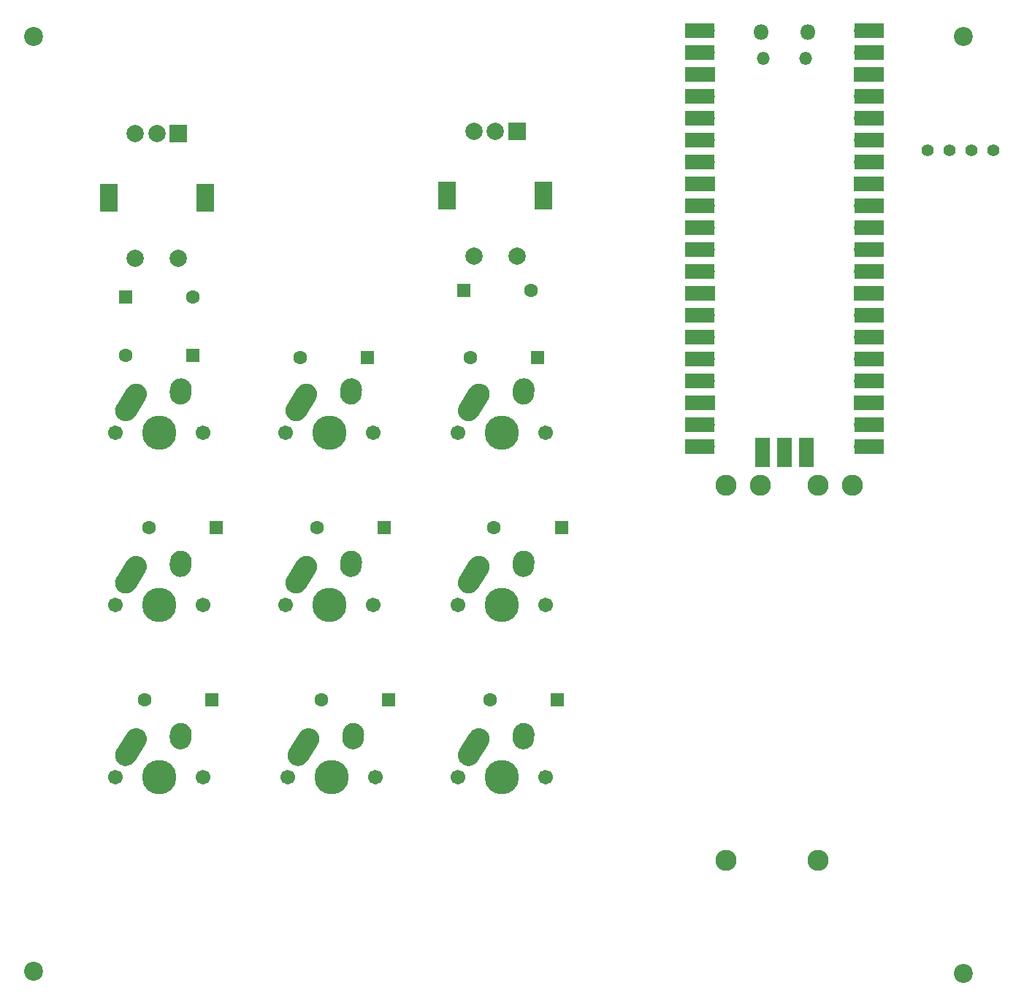
<source format=gts>
%TF.GenerationSoftware,KiCad,Pcbnew,(5.1.7)-1*%
%TF.CreationDate,2021-05-06T00:37:00-04:00*%
%TF.ProjectId,pot_keeb_rpi,706f745f-6b65-4656-925f-7270692e6b69,rev?*%
%TF.SameCoordinates,Original*%
%TF.FileFunction,Soldermask,Top*%
%TF.FilePolarity,Negative*%
%FSLAX46Y46*%
G04 Gerber Fmt 4.6, Leading zero omitted, Abs format (unit mm)*
G04 Created by KiCad (PCBNEW (5.1.7)-1) date 2021-05-06 00:37:00*
%MOMM*%
%LPD*%
G01*
G04 APERTURE LIST*
%ADD10C,2.200000*%
%ADD11O,1.700000X1.700000*%
%ADD12R,1.700000X1.700000*%
%ADD13R,3.500000X1.700000*%
%ADD14O,1.800000X1.800000*%
%ADD15O,1.500000X1.500000*%
%ADD16R,1.700000X3.500000*%
%ADD17C,2.451100*%
%ADD18R,2.000000X2.000000*%
%ADD19C,2.000000*%
%ADD20R,2.000000X3.200000*%
%ADD21R,1.600000X1.600000*%
%ADD22C,1.600000*%
%ADD23C,3.987800*%
%ADD24C,1.701800*%
%ADD25C,1.397000*%
G04 APERTURE END LIST*
D10*
%TO.C,REF\u002A\u002A*%
X63000000Y-152750000D03*
%TD*%
%TO.C,REF\u002A\u002A*%
X63000000Y-44250000D03*
%TD*%
%TO.C,REF\u002A\u002A*%
X170750000Y-44250000D03*
%TD*%
%TO.C,REF\u002A\u002A*%
X170750000Y-153000000D03*
%TD*%
D11*
%TO.C,U1*%
X141110000Y-43620000D03*
X141110000Y-46160000D03*
D12*
X141110000Y-48700000D03*
D11*
X141110000Y-51240000D03*
X141110000Y-53780000D03*
X141110000Y-56320000D03*
X141110000Y-58860000D03*
D12*
X141110000Y-61400000D03*
D11*
X141110000Y-63940000D03*
X141110000Y-66480000D03*
X141110000Y-69020000D03*
X141110000Y-71560000D03*
D12*
X141110000Y-74100000D03*
D11*
X141110000Y-76640000D03*
X141110000Y-79180000D03*
X141110000Y-81720000D03*
X141110000Y-84260000D03*
D12*
X141110000Y-86800000D03*
D11*
X141110000Y-89340000D03*
X141110000Y-91880000D03*
X158890000Y-91880000D03*
X158890000Y-89340000D03*
D12*
X158890000Y-86800000D03*
D11*
X158890000Y-84260000D03*
X158890000Y-81720000D03*
X158890000Y-79180000D03*
X158890000Y-76640000D03*
D12*
X158890000Y-74100000D03*
D11*
X158890000Y-71560000D03*
X158890000Y-69020000D03*
X158890000Y-66480000D03*
X158890000Y-63940000D03*
D12*
X158890000Y-61400000D03*
D11*
X158890000Y-58860000D03*
X158890000Y-56320000D03*
X158890000Y-53780000D03*
X158890000Y-51240000D03*
D12*
X158890000Y-48700000D03*
D11*
X158890000Y-46160000D03*
X158890000Y-43620000D03*
D13*
X140210000Y-43620000D03*
X140210000Y-46160000D03*
X140210000Y-48700000D03*
X140210000Y-51240000D03*
X140210000Y-53780000D03*
X140210000Y-56320000D03*
X140210000Y-58860000D03*
X140210000Y-61400000D03*
X140210000Y-63940000D03*
X140210000Y-66480000D03*
X140210000Y-69020000D03*
X140210000Y-71560000D03*
X140210000Y-74100000D03*
X140210000Y-76640000D03*
X140210000Y-79180000D03*
X140210000Y-81720000D03*
X140210000Y-84260000D03*
X140210000Y-86800000D03*
X140210000Y-89340000D03*
X140210000Y-91880000D03*
X159790000Y-43620000D03*
X159790000Y-46160000D03*
X159790000Y-48700000D03*
X159790000Y-51240000D03*
X159790000Y-53780000D03*
X159790000Y-56320000D03*
X159790000Y-58860000D03*
X159790000Y-61400000D03*
X159790000Y-63940000D03*
X159790000Y-66480000D03*
X159790000Y-69020000D03*
X159790000Y-71560000D03*
X159790000Y-74100000D03*
X159790000Y-76640000D03*
X159790000Y-79180000D03*
X159790000Y-81720000D03*
X159790000Y-84260000D03*
X159790000Y-86800000D03*
X159790000Y-89340000D03*
X159790000Y-91880000D03*
D14*
X147275000Y-43750000D03*
X152725000Y-43750000D03*
D15*
X147575000Y-46780000D03*
X152425000Y-46780000D03*
D16*
X147460000Y-92550000D03*
D11*
X147460000Y-91650000D03*
D16*
X150000000Y-92550000D03*
D12*
X150000000Y-91650000D03*
D16*
X152540000Y-92550000D03*
D11*
X152540000Y-91650000D03*
%TD*%
D17*
%TO.C,VR1*%
X143199619Y-139868910D03*
X143199619Y-96373950D03*
X147197579Y-96373950D03*
%TD*%
%TO.C,VR0*%
X157897579Y-96373950D03*
X153899619Y-96373950D03*
X153899619Y-139868910D03*
%TD*%
D18*
%TO.C,SW12*%
X79750000Y-55500000D03*
D19*
X77250000Y-55500000D03*
X74750000Y-55500000D03*
D20*
X82850000Y-63000000D03*
X71650000Y-63000000D03*
D19*
X79750000Y-70000000D03*
X74750000Y-70000000D03*
%TD*%
D21*
%TO.C,D1*%
X81400000Y-81250000D03*
D22*
X73600000Y-81250000D03*
%TD*%
%TO.C,D2*%
X93850000Y-81500000D03*
D21*
X101650000Y-81500000D03*
%TD*%
%TO.C,D3*%
X121400000Y-81500000D03*
D22*
X113600000Y-81500000D03*
%TD*%
%TO.C,D4*%
X76350000Y-101250000D03*
D21*
X84150000Y-101250000D03*
%TD*%
%TO.C,D5*%
X103650000Y-101250000D03*
D22*
X95850000Y-101250000D03*
%TD*%
%TO.C,D6*%
X116350000Y-101250000D03*
D21*
X124150000Y-101250000D03*
%TD*%
%TO.C,D7*%
X83650000Y-121250000D03*
D22*
X75850000Y-121250000D03*
%TD*%
%TO.C,D8*%
X96350000Y-121250000D03*
D21*
X104150000Y-121250000D03*
%TD*%
%TO.C,D9*%
X123650000Y-121250000D03*
D22*
X115850000Y-121250000D03*
%TD*%
%TO.C,D10*%
X81400000Y-74500000D03*
D21*
X73600000Y-74500000D03*
%TD*%
D22*
%TO.C,D11*%
X120650000Y-73750000D03*
D21*
X112850000Y-73750000D03*
%TD*%
D23*
%TO.C,K1*%
X77500000Y-90250000D03*
D24*
X72420000Y-90250000D03*
X82580000Y-90250000D03*
G36*
G01*
X72586299Y-87007190D02*
X73795223Y-85109560D01*
G75*
G02*
X75521087Y-84726946I1054239J-671625D01*
G01*
X75521087Y-84726946D01*
G75*
G02*
X75903701Y-86452810I-671625J-1054239D01*
G01*
X74694777Y-88350440D01*
G75*
G02*
X72968913Y-88733054I-1054239J671625D01*
G01*
X72968913Y-88733054D01*
G75*
G02*
X72586299Y-87007190I671625J1054239D01*
G01*
G37*
G36*
G01*
X78753171Y-85664309D02*
X78792619Y-85085653D01*
G75*
G02*
X80124743Y-83923567I1247105J-85019D01*
G01*
X80124743Y-83923567D01*
G75*
G02*
X81286829Y-85255691I-85019J-1247105D01*
G01*
X81247381Y-85834347D01*
G75*
G02*
X79915257Y-86996433I-1247105J85019D01*
G01*
X79915257Y-86996433D01*
G75*
G02*
X78753171Y-85664309I85019J1247105D01*
G01*
G37*
%TD*%
D23*
%TO.C,K2*%
X97250000Y-90250000D03*
D24*
X92170000Y-90250000D03*
X102330000Y-90250000D03*
G36*
G01*
X92336299Y-87007190D02*
X93545223Y-85109560D01*
G75*
G02*
X95271087Y-84726946I1054239J-671625D01*
G01*
X95271087Y-84726946D01*
G75*
G02*
X95653701Y-86452810I-671625J-1054239D01*
G01*
X94444777Y-88350440D01*
G75*
G02*
X92718913Y-88733054I-1054239J671625D01*
G01*
X92718913Y-88733054D01*
G75*
G02*
X92336299Y-87007190I671625J1054239D01*
G01*
G37*
G36*
G01*
X98503171Y-85664309D02*
X98542619Y-85085653D01*
G75*
G02*
X99874743Y-83923567I1247105J-85019D01*
G01*
X99874743Y-83923567D01*
G75*
G02*
X101036829Y-85255691I-85019J-1247105D01*
G01*
X100997381Y-85834347D01*
G75*
G02*
X99665257Y-86996433I-1247105J85019D01*
G01*
X99665257Y-86996433D01*
G75*
G02*
X98503171Y-85664309I85019J1247105D01*
G01*
G37*
%TD*%
%TO.C,K3*%
G36*
G01*
X118503171Y-85664309D02*
X118542619Y-85085653D01*
G75*
G02*
X119874743Y-83923567I1247105J-85019D01*
G01*
X119874743Y-83923567D01*
G75*
G02*
X121036829Y-85255691I-85019J-1247105D01*
G01*
X120997381Y-85834347D01*
G75*
G02*
X119665257Y-86996433I-1247105J85019D01*
G01*
X119665257Y-86996433D01*
G75*
G02*
X118503171Y-85664309I85019J1247105D01*
G01*
G37*
G36*
G01*
X112336299Y-87007190D02*
X113545223Y-85109560D01*
G75*
G02*
X115271087Y-84726946I1054239J-671625D01*
G01*
X115271087Y-84726946D01*
G75*
G02*
X115653701Y-86452810I-671625J-1054239D01*
G01*
X114444777Y-88350440D01*
G75*
G02*
X112718913Y-88733054I-1054239J671625D01*
G01*
X112718913Y-88733054D01*
G75*
G02*
X112336299Y-87007190I671625J1054239D01*
G01*
G37*
X122330000Y-90250000D03*
X112170000Y-90250000D03*
D23*
X117250000Y-90250000D03*
%TD*%
%TO.C,K4*%
X77500000Y-110250000D03*
D24*
X72420000Y-110250000D03*
X82580000Y-110250000D03*
G36*
G01*
X72586299Y-107007190D02*
X73795223Y-105109560D01*
G75*
G02*
X75521087Y-104726946I1054239J-671625D01*
G01*
X75521087Y-104726946D01*
G75*
G02*
X75903701Y-106452810I-671625J-1054239D01*
G01*
X74694777Y-108350440D01*
G75*
G02*
X72968913Y-108733054I-1054239J671625D01*
G01*
X72968913Y-108733054D01*
G75*
G02*
X72586299Y-107007190I671625J1054239D01*
G01*
G37*
G36*
G01*
X78753171Y-105664309D02*
X78792619Y-105085653D01*
G75*
G02*
X80124743Y-103923567I1247105J-85019D01*
G01*
X80124743Y-103923567D01*
G75*
G02*
X81286829Y-105255691I-85019J-1247105D01*
G01*
X81247381Y-105834347D01*
G75*
G02*
X79915257Y-106996433I-1247105J85019D01*
G01*
X79915257Y-106996433D01*
G75*
G02*
X78753171Y-105664309I85019J1247105D01*
G01*
G37*
%TD*%
D23*
%TO.C,K5*%
X97250000Y-110250000D03*
D24*
X92170000Y-110250000D03*
X102330000Y-110250000D03*
G36*
G01*
X92336299Y-107007190D02*
X93545223Y-105109560D01*
G75*
G02*
X95271087Y-104726946I1054239J-671625D01*
G01*
X95271087Y-104726946D01*
G75*
G02*
X95653701Y-106452810I-671625J-1054239D01*
G01*
X94444777Y-108350440D01*
G75*
G02*
X92718913Y-108733054I-1054239J671625D01*
G01*
X92718913Y-108733054D01*
G75*
G02*
X92336299Y-107007190I671625J1054239D01*
G01*
G37*
G36*
G01*
X98503171Y-105664309D02*
X98542619Y-105085653D01*
G75*
G02*
X99874743Y-103923567I1247105J-85019D01*
G01*
X99874743Y-103923567D01*
G75*
G02*
X101036829Y-105255691I-85019J-1247105D01*
G01*
X100997381Y-105834347D01*
G75*
G02*
X99665257Y-106996433I-1247105J85019D01*
G01*
X99665257Y-106996433D01*
G75*
G02*
X98503171Y-105664309I85019J1247105D01*
G01*
G37*
%TD*%
D23*
%TO.C,K6*%
X117250000Y-110250000D03*
D24*
X112170000Y-110250000D03*
X122330000Y-110250000D03*
G36*
G01*
X112336299Y-107007190D02*
X113545223Y-105109560D01*
G75*
G02*
X115271087Y-104726946I1054239J-671625D01*
G01*
X115271087Y-104726946D01*
G75*
G02*
X115653701Y-106452810I-671625J-1054239D01*
G01*
X114444777Y-108350440D01*
G75*
G02*
X112718913Y-108733054I-1054239J671625D01*
G01*
X112718913Y-108733054D01*
G75*
G02*
X112336299Y-107007190I671625J1054239D01*
G01*
G37*
G36*
G01*
X118503171Y-105664309D02*
X118542619Y-105085653D01*
G75*
G02*
X119874743Y-103923567I1247105J-85019D01*
G01*
X119874743Y-103923567D01*
G75*
G02*
X121036829Y-105255691I-85019J-1247105D01*
G01*
X120997381Y-105834347D01*
G75*
G02*
X119665257Y-106996433I-1247105J85019D01*
G01*
X119665257Y-106996433D01*
G75*
G02*
X118503171Y-105664309I85019J1247105D01*
G01*
G37*
%TD*%
%TO.C,K7*%
G36*
G01*
X78753171Y-125664309D02*
X78792619Y-125085653D01*
G75*
G02*
X80124743Y-123923567I1247105J-85019D01*
G01*
X80124743Y-123923567D01*
G75*
G02*
X81286829Y-125255691I-85019J-1247105D01*
G01*
X81247381Y-125834347D01*
G75*
G02*
X79915257Y-126996433I-1247105J85019D01*
G01*
X79915257Y-126996433D01*
G75*
G02*
X78753171Y-125664309I85019J1247105D01*
G01*
G37*
G36*
G01*
X72586299Y-127007190D02*
X73795223Y-125109560D01*
G75*
G02*
X75521087Y-124726946I1054239J-671625D01*
G01*
X75521087Y-124726946D01*
G75*
G02*
X75903701Y-126452810I-671625J-1054239D01*
G01*
X74694777Y-128350440D01*
G75*
G02*
X72968913Y-128733054I-1054239J671625D01*
G01*
X72968913Y-128733054D01*
G75*
G02*
X72586299Y-127007190I671625J1054239D01*
G01*
G37*
X82580000Y-130250000D03*
X72420000Y-130250000D03*
D23*
X77500000Y-130250000D03*
%TD*%
%TO.C,K8*%
X97500000Y-130250000D03*
D24*
X92420000Y-130250000D03*
X102580000Y-130250000D03*
G36*
G01*
X92586299Y-127007190D02*
X93795223Y-125109560D01*
G75*
G02*
X95521087Y-124726946I1054239J-671625D01*
G01*
X95521087Y-124726946D01*
G75*
G02*
X95903701Y-126452810I-671625J-1054239D01*
G01*
X94694777Y-128350440D01*
G75*
G02*
X92968913Y-128733054I-1054239J671625D01*
G01*
X92968913Y-128733054D01*
G75*
G02*
X92586299Y-127007190I671625J1054239D01*
G01*
G37*
G36*
G01*
X98753171Y-125664309D02*
X98792619Y-125085653D01*
G75*
G02*
X100124743Y-123923567I1247105J-85019D01*
G01*
X100124743Y-123923567D01*
G75*
G02*
X101286829Y-125255691I-85019J-1247105D01*
G01*
X101247381Y-125834347D01*
G75*
G02*
X99915257Y-126996433I-1247105J85019D01*
G01*
X99915257Y-126996433D01*
G75*
G02*
X98753171Y-125664309I85019J1247105D01*
G01*
G37*
%TD*%
%TO.C,K9*%
G36*
G01*
X118503171Y-125664309D02*
X118542619Y-125085653D01*
G75*
G02*
X119874743Y-123923567I1247105J-85019D01*
G01*
X119874743Y-123923567D01*
G75*
G02*
X121036829Y-125255691I-85019J-1247105D01*
G01*
X120997381Y-125834347D01*
G75*
G02*
X119665257Y-126996433I-1247105J85019D01*
G01*
X119665257Y-126996433D01*
G75*
G02*
X118503171Y-125664309I85019J1247105D01*
G01*
G37*
G36*
G01*
X112336299Y-127007190D02*
X113545223Y-125109560D01*
G75*
G02*
X115271087Y-124726946I1054239J-671625D01*
G01*
X115271087Y-124726946D01*
G75*
G02*
X115653701Y-126452810I-671625J-1054239D01*
G01*
X114444777Y-128350440D01*
G75*
G02*
X112718913Y-128733054I-1054239J671625D01*
G01*
X112718913Y-128733054D01*
G75*
G02*
X112336299Y-127007190I671625J1054239D01*
G01*
G37*
X122330000Y-130250000D03*
X112170000Y-130250000D03*
D23*
X117250000Y-130250000D03*
%TD*%
D19*
%TO.C,SW11*%
X114000000Y-69750000D03*
X119000000Y-69750000D03*
D20*
X110900000Y-62750000D03*
X122100000Y-62750000D03*
D19*
X114000000Y-55250000D03*
X116500000Y-55250000D03*
D18*
X119000000Y-55250000D03*
%TD*%
D25*
%TO.C,OL1*%
X174250000Y-57500000D03*
X171710000Y-57500000D03*
X169170000Y-57500000D03*
X166630000Y-57500000D03*
%TD*%
M02*

</source>
